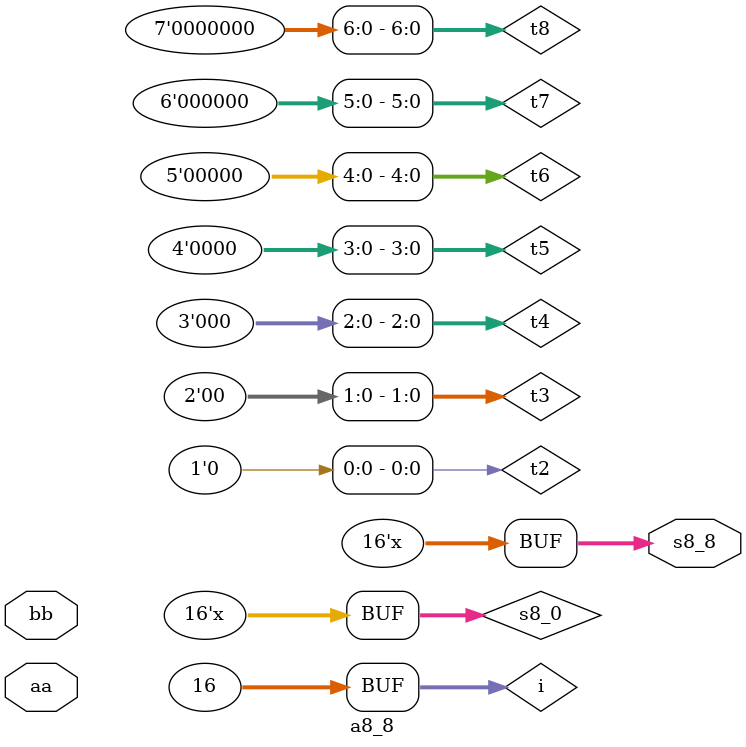
<source format=v>
module HW2(a1,b1,p1,a2,b2,p2,a3,b3,p3);
input signed[7:0]a1;
input signed[7:0]b1;
input signed[15:0]a2;
input signed[15:0]b2;
input signed[15:0]a3;
input signed[7:0]b3;
output signed[15:0]p1;
output signed[31:0]p2;
output signed[23:0]p3;
// Finished
//output signed[31:0]a_a;
a8_8 a_1(a1,b1,p1);
a16_16 a_2(a2,b2,p2);
a16_8 a_3(a3,b3,p3);
//assign a_a=17'b10000000000000000-a2;
endmodule

module a16_8(aa,bb,s16_8);
integer i;
input signed[15:0]aa;
input signed[7:0]bb;
reg  [15:0]a;
reg  [7:0]b;
output signed[23:0]s16_8;

reg[23:0]t1,t2,t3,t4,t5,t6,t7,t8;
reg[23:0]s16_8;
reg[25:0]s12;
reg[23:0]s12_0;

always@(*)
begin
 if(aa<0)
  a=17'b10000000000000000-aa;
 else 
  a=aa;
 if(bb<0)
  b=9'b100000000-bb;
 else 
  b=bb;
 for(i=0;i<16;i=i+1)
  t1[i]=a[i]&b[0];
 for(i=1;i<17;i=i+1)
  t2[i]=a[i-1]&b[1];
 for(i=2;i<18;i=i+1)
  t3[i]=a[i-2]&b[2];
 for(i=3;i<19;i=i+1)
  t4[i]=a[i-3]&b[3];
 for(i=4;i<20;i=i+1)
  t5[i]=a[i-4]&b[4];
 for(i=5;i<21;i=i+1)
  t6[i]=a[i-5]&b[5];
 for(i=6;i<22;i=i+1)
  t7[i]=a[i-6]&b[6];
 for(i=7;i<23;i=i+1)
  t8[i]=a[i-7]&b[7];
 
 for(i=0;i<1;i=i+1)
 begin
  t2[i]=0;
  if(t8[22]==0)
   t8[23-i]=0;
  else 
   t8[23-i]=1;
 end
 for(i=0;i<2;i=i+1)
 begin
  t3[i]=0;
  if(t7[21]==0)
   t7[23-i]=0;
  else 
   t7[23-i]=1;
  
 end
 for(i=0;i<3;i=i+1)
 begin
  t4[i]=0;
  if(t6[20]==0)
   t6[23-i]=0;
  else 
   t6[23-i]=1;
 end
 for(i=0;i<4;i=i+1)
 begin
  t5[i]=0;
  if(t5[19]==0)
   t5[23-i]=0;
  else 
   t5[23-i]=1;;
 end
 for(i=0;i<5;i=i+1)
 begin
  t6[i]=0;
  if(t4[18]==0)
   t4[23-i]=0;
  else 
   t4[23-i]=1;;
 end
 for(i=0;i<6;i=i+1)
 begin
  t7[i]=0;
  if(t3[17]==0)
   t3[23-i]=0;
  else 
   t3[23-i]=1;;
 end
 for(i=0;i<7;i=i+1)
 begin
  t8[i]=0;
  if(t2[16]==0)
   t2[23-i]=0;
  else 
   t2[23-i]=1;;
 end
 
 for(i=0;i<8;i=i+1)
 begin
  if(t1[15]==0)
   t1[23-i]=0;
  else 
   t1[23-i]=1;;
 end
 
 
 s12<=t1+t2+t3+t4+t5+t6+t7+t8;
 if((aa<0&bb>0)|(aa>0&bb<0))
 begin
  for(i=0;i<24;i=i+1)
  begin
   s12_0[i]=s12[i];
  end
  s16_8=25'b10000000000000000000000000-s12_0;
 end
 else 
 begin
  for(i=0;i<24;i=i+1)
  begin
   s16_8[i]=s12[i];
  end
 end
 
end
endmodule

module a16_16(aa,bb,s16_16);
integer i;
input signed[15:0]aa,bb;
reg  [15:0]a,b;
output signed[31:0]s16_16;

reg[31:0]t1,t2,t3,t4,t5,t6,t7,t8,t9,t10,t11,t12,t13,t14,t15,t16;
reg[31:0]s16_16;
reg[34:0]s16;
reg[31:0]s16_0;

always@(*)
begin
 if(aa<0)
  a=17'b10000000000000000-aa;
 else 
  a=aa;
 if(bb<0)
  b=17'b10000000000000000-bb;
 else 
  b=bb;
 for(i=0;i<16;i=i+1)
  t1[i]=a[i]&b[0];
 for(i=1;i<17;i=i+1)
  t2[i]=a[i-1]&b[1];
 for(i=2;i<18;i=i+1)
  t3[i]=a[i-2]&b[2];
 for(i=3;i<19;i=i+1)
  t4[i]=a[i-3]&b[3];
 for(i=4;i<20;i=i+1)
  t5[i]=a[i-4]&b[4];
 for(i=5;i<21;i=i+1)
  t6[i]=a[i-5]&b[5];
 for(i=6;i<22;i=i+1)
  t7[i]=a[i-6]&b[6];
 for(i=7;i<23;i=i+1)
  t8[i]=a[i-7]&b[7];
 for(i=8;i<24;i=i+1)
  t9[i]=a[i-8]&b[8];
 for(i=9;i<25;i=i+1)
  t10[i]=a[i-9]&b[9];
 for(i=10;i<26;i=i+1)
  t11[i]=a[i-10]&b[10];
 for(i=11;i<27;i=i+1)
  t12[i]=a[i-11]&b[11];
 for(i=12;i<28;i=i+1)
  t13[i]=a[i-12]&b[12];
 for(i=13;i<29;i=i+1)
  t14[i]=a[i-13]&b[13];
 for(i=14;i<30;i=i+1)
  t15[i]=a[i-14]&b[14];
 for(i=15;i<31;i=i+1)
  t16[i]=a[i-15]&b[15];
  
 for(i=0;i<1;i=i+1)
 begin
  t2[i]=0;
  if(t16[30]==0)
   t16[31-i]=0;
  else 
   t16[31-i]=1;
 end
 for(i=0;i<2;i=i+1)
 begin
  t3[i]=0;
  if(t15[29]==0)
   t15[31-i]=0;
  else 
   t15[31-i]=1;
  
 end
 for(i=0;i<3;i=i+1)
 begin
  t4[i]=0;
  if(t14[28]==0)
   t14[31-i]=0;
  else 
   t14[31-i]=1;
 end
 for(i=0;i<4;i=i+1)
 begin
  t5[i]=0;
  if(t13[27]==0)
   t13[31-i]=0;
  else 
   t13[31-i]=1;;
 end
 for(i=0;i<5;i=i+1)
 begin
  t6[i]=0;
  if(t12[26]==0)
   t12[31-i]=0;
  else 
   t12[31-i]=1;;
 end
 for(i=0;i<6;i=i+1)
 begin
  t7[i]=0;
  if(t11[25]==0)
   t11[31-i]=0;
  else 
   t11[31-i]=1;;
 end
 for(i=0;i<7;i=i+1)
 begin
  t8[i]=0;
  if(t10[24]==0)
   t10[31-i]=0;
  else 
   t10[31-i]=1;;
 end
 for(i=0;i<8;i=i+1)
 begin
  t9[i]=0;
  if(t9[23]==0)
   t9[31-i]=0;
  else 
   t9[31-i]=1;
 end
 for(i=0;i<9;i=i+1)
 begin
  t10[i]=0;
  if(t8[22]==0)
   t8[31-i]=0;
  else 
   t8[31-i]=1;
  
 end
 for(i=0;i<10;i=i+1)
 begin
  t11[i]=0;
  if(t7[21]==0)
   t7[31-i]=0;
  else 
   t7[31-i]=1;
 end
 for(i=0;i<11;i=i+1)
 begin
  t12[i]=0;
  if(t6[20]==0)
   t6[31-i]=0;
  else 
   t6[31-i]=1;;
 end
 for(i=0;i<12;i=i+1)
 begin
  t13[i]=0;
  if(t5[19]==0)
   t5[31-i]=0;
  else 
   t5[31-i]=1;;
 end
 for(i=0;i<13;i=i+1)
 begin
  t14[i]=0;
  if(t4[18]==0)
   t4[31-i]=0;
  else 
   t4[31-i]=1;;
 end
 for(i=0;i<14;i=i+1)
 begin
  t15[i]=0;
  if(t3[17]==0)
   t3[31-i]=0;
  else 
   t3[31-i]=1;;
 end
 for(i=0;i<15;i=i+1)
 begin
  t16[i]=0;
  if(t2[16]==0)
   t2[31-i]=0;
  else 
   t2[31-i]=1;;
 end

 for(i=0;i<16;i=i+1)
 begin
  if(t1[15]==0)
   t1[31-i]=0;
  else 
   t1[31-i]=1;;
 end
 
 
 s16<=t1+t2+t3+t4+t5+t6+t7+t8+t9+t10+t11+t12+t13+t14+t15+t16;
 if((aa<0&bb>0)|(aa>0&bb<0))
 begin
  for(i=0;i<32;i=i+1)
  begin
   s16_0[i]=s16[i];
  end
  s16_16=33'b100000000000000000000000000000000-s16_0;
 end
 else 
 begin
  for(i=0;i<32;i=i+1)
  begin
   s16_16[i]=s16[i];
  end
 end
 
end
endmodule

module a8_8(aa,bb,s8_8);
input signed[7:0]aa,bb;
reg  [7:0]a,b;
output signed[15:0]s8_8;
integer i;
reg[15:0]t1,t2,t3,t4,t5,t6,t7,t8;
reg[17:0]s8;
reg[15:0]s8_0;
reg[15:0]s8_8;
always@(*)
begin
 if(aa<0)
  a=9'b100000000-aa;
 else 
  a=aa;
 if(bb<0)
  b=9'b100000000-bb;
 else 
  b=bb;
 for(i=0;i<8;i=i+1)
  t1[i]=a[i]&b[0];
 for(i=1;i<9;i=i+1)
  t2[i]=a[i-1]&b[1];
 for(i=2;i<10;i=i+1)
  t3[i]=a[i-2]&b[2];
 for(i=3;i<11;i=i+1)
  t4[i]=a[i-3]&b[3];
 for(i=4;i<12;i=i+1)
  t5[i]=a[i-4]&b[4];
 for(i=5;i<13;i=i+1)
  t6[i]=a[i-5]&b[5];
 for(i=6;i<14;i=i+1)
  t7[i]=a[i-6]&b[6];
 for(i=7;i<15;i=i+1)
  t8[i]=a[i-7]&b[7];
 for(i=0;i<1;i=i+1)
 begin
  t2[i]=0;
  if(t8[14]==0)
   t8[15-i]=0;
  else 
   t8[15-i]=1;
 end
 for(i=0;i<2;i=i+1)
 begin
  t3[i]=0;
  if(t7[13]==0)
   t7[15-i]=0;
  else 
   t7[15-i]=1;
  
 end
 for(i=0;i<3;i=i+1)
 begin
  t4[i]=0;
  if(t6[12]==0)
   t6[15-i]=0;
  else 
   t6[15-i]=1;
 end
 for(i=0;i<4;i=i+1)
 begin
  t5[i]=0;
  if(t5[11]==0)
   t5[15-i]=0;
  else 
   t5[15-i]=1;;
 end
 for(i=0;i<5;i=i+1)
 begin
  t6[i]=0;
  if(t4[10]==0)
   t4[15-i]=0;
  else 
   t4[15-i]=1;;
 end
 for(i=0;i<6;i=i+1)
 begin
  t7[i]=0;
  if(t3[9]==0)
   t3[15-i]=0;
  else 
   t3[15-i]=1;;
 end
 for(i=0;i<7;i=i+1)
 begin
  t8[i]=0;
  if(t2[8]==0)
   t2[15-i]=0;
  else 
   t2[15-i]=1;;
 end
 for(i=0;i<8;i=i+1)
 begin
  if(t1[7]==0)
   t1[15-i]=0;
  else 
   t1[15-i]=1;;
 end
 s8<=t1+t2+t3+t4+t5+t6+t7+t8;
 if((aa<0&bb>0)|(aa>0&bb<0))
 begin
  for(i=0;i<16;i=i+1)
  begin
   s8_0[i]=s8[i];
  end
  s8_8=17'b10000000000000000-s8_0;
 end
 else 
 begin
  for(i=0;i<16;i=i+1)
  begin
   s8_8[i]=s8[i];
  end
 end
 
end
endmodule
</source>
